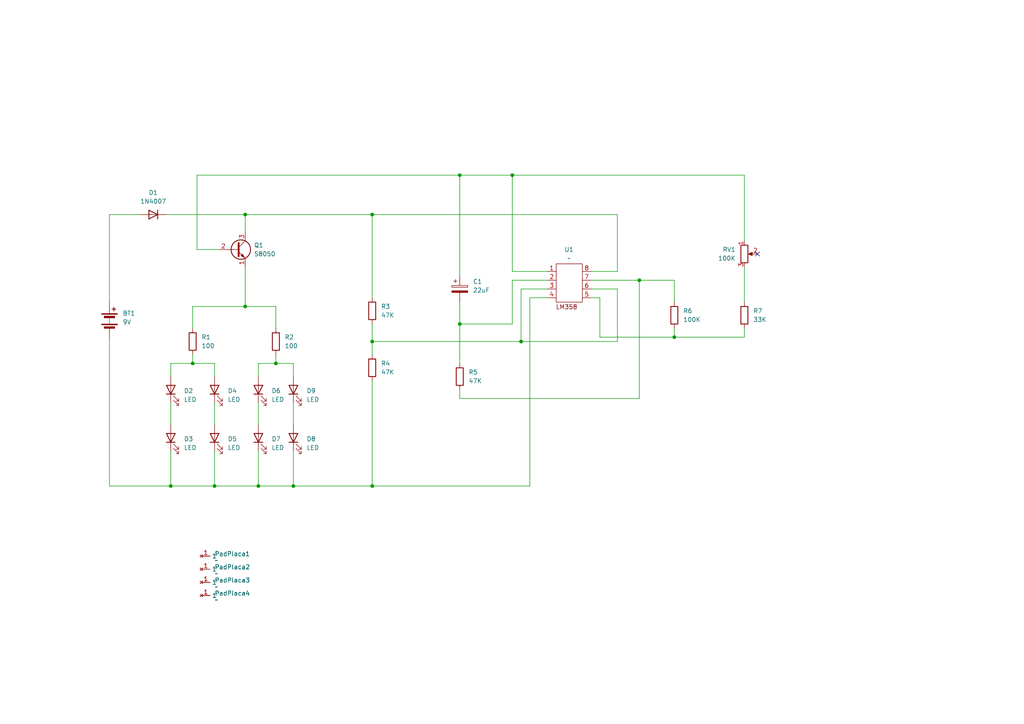
<source format=kicad_sch>
(kicad_sch
	(version 20250114)
	(generator "eeschema")
	(generator_version "9.0")
	(uuid "70b980e7-f830-4a39-90da-4196e923fb97")
	(paper "A4")
	(lib_symbols
		(symbol "Device:Battery"
			(pin_numbers
				(hide yes)
			)
			(pin_names
				(offset 0)
				(hide yes)
			)
			(exclude_from_sim no)
			(in_bom yes)
			(on_board yes)
			(property "Reference" "BT"
				(at 2.54 2.54 0)
				(effects
					(font
						(size 1.27 1.27)
					)
					(justify left)
				)
			)
			(property "Value" "Battery"
				(at 2.54 0 0)
				(effects
					(font
						(size 1.27 1.27)
					)
					(justify left)
				)
			)
			(property "Footprint" ""
				(at 0 1.524 90)
				(effects
					(font
						(size 1.27 1.27)
					)
					(hide yes)
				)
			)
			(property "Datasheet" "~"
				(at 0 1.524 90)
				(effects
					(font
						(size 1.27 1.27)
					)
					(hide yes)
				)
			)
			(property "Description" "Multiple-cell battery"
				(at 0 0 0)
				(effects
					(font
						(size 1.27 1.27)
					)
					(hide yes)
				)
			)
			(property "ki_keywords" "batt voltage-source cell"
				(at 0 0 0)
				(effects
					(font
						(size 1.27 1.27)
					)
					(hide yes)
				)
			)
			(symbol "Battery_0_1"
				(rectangle
					(start -2.286 1.778)
					(end 2.286 1.524)
					(stroke
						(width 0)
						(type default)
					)
					(fill
						(type outline)
					)
				)
				(rectangle
					(start -2.286 -1.27)
					(end 2.286 -1.524)
					(stroke
						(width 0)
						(type default)
					)
					(fill
						(type outline)
					)
				)
				(rectangle
					(start -1.524 1.016)
					(end 1.524 0.508)
					(stroke
						(width 0)
						(type default)
					)
					(fill
						(type outline)
					)
				)
				(rectangle
					(start -1.524 -2.032)
					(end 1.524 -2.54)
					(stroke
						(width 0)
						(type default)
					)
					(fill
						(type outline)
					)
				)
				(polyline
					(pts
						(xy 0 1.778) (xy 0 2.54)
					)
					(stroke
						(width 0)
						(type default)
					)
					(fill
						(type none)
					)
				)
				(polyline
					(pts
						(xy 0 0) (xy 0 0.254)
					)
					(stroke
						(width 0)
						(type default)
					)
					(fill
						(type none)
					)
				)
				(polyline
					(pts
						(xy 0 -0.508) (xy 0 -0.254)
					)
					(stroke
						(width 0)
						(type default)
					)
					(fill
						(type none)
					)
				)
				(polyline
					(pts
						(xy 0 -1.016) (xy 0 -0.762)
					)
					(stroke
						(width 0)
						(type default)
					)
					(fill
						(type none)
					)
				)
				(polyline
					(pts
						(xy 0.762 3.048) (xy 1.778 3.048)
					)
					(stroke
						(width 0.254)
						(type default)
					)
					(fill
						(type none)
					)
				)
				(polyline
					(pts
						(xy 1.27 3.556) (xy 1.27 2.54)
					)
					(stroke
						(width 0.254)
						(type default)
					)
					(fill
						(type none)
					)
				)
			)
			(symbol "Battery_1_1"
				(pin passive line
					(at 0 5.08 270)
					(length 2.54)
					(name "+"
						(effects
							(font
								(size 1.27 1.27)
							)
						)
					)
					(number "1"
						(effects
							(font
								(size 1.27 1.27)
							)
						)
					)
				)
				(pin passive line
					(at 0 -5.08 90)
					(length 2.54)
					(name "-"
						(effects
							(font
								(size 1.27 1.27)
							)
						)
					)
					(number "2"
						(effects
							(font
								(size 1.27 1.27)
							)
						)
					)
				)
			)
			(embedded_fonts no)
		)
		(symbol "Device:C_Polarized"
			(pin_numbers
				(hide yes)
			)
			(pin_names
				(offset 0.254)
			)
			(exclude_from_sim no)
			(in_bom yes)
			(on_board yes)
			(property "Reference" "C"
				(at 0.635 2.54 0)
				(effects
					(font
						(size 1.27 1.27)
					)
					(justify left)
				)
			)
			(property "Value" "C_Polarized"
				(at 0.635 -2.54 0)
				(effects
					(font
						(size 1.27 1.27)
					)
					(justify left)
				)
			)
			(property "Footprint" ""
				(at 0.9652 -3.81 0)
				(effects
					(font
						(size 1.27 1.27)
					)
					(hide yes)
				)
			)
			(property "Datasheet" "~"
				(at 0 0 0)
				(effects
					(font
						(size 1.27 1.27)
					)
					(hide yes)
				)
			)
			(property "Description" "Polarized capacitor"
				(at 0 0 0)
				(effects
					(font
						(size 1.27 1.27)
					)
					(hide yes)
				)
			)
			(property "ki_keywords" "cap capacitor"
				(at 0 0 0)
				(effects
					(font
						(size 1.27 1.27)
					)
					(hide yes)
				)
			)
			(property "ki_fp_filters" "CP_*"
				(at 0 0 0)
				(effects
					(font
						(size 1.27 1.27)
					)
					(hide yes)
				)
			)
			(symbol "C_Polarized_0_1"
				(rectangle
					(start -2.286 0.508)
					(end 2.286 1.016)
					(stroke
						(width 0)
						(type default)
					)
					(fill
						(type none)
					)
				)
				(polyline
					(pts
						(xy -1.778 2.286) (xy -0.762 2.286)
					)
					(stroke
						(width 0)
						(type default)
					)
					(fill
						(type none)
					)
				)
				(polyline
					(pts
						(xy -1.27 2.794) (xy -1.27 1.778)
					)
					(stroke
						(width 0)
						(type default)
					)
					(fill
						(type none)
					)
				)
				(rectangle
					(start 2.286 -0.508)
					(end -2.286 -1.016)
					(stroke
						(width 0)
						(type default)
					)
					(fill
						(type outline)
					)
				)
			)
			(symbol "C_Polarized_1_1"
				(pin passive line
					(at 0 3.81 270)
					(length 2.794)
					(name "~"
						(effects
							(font
								(size 1.27 1.27)
							)
						)
					)
					(number "1"
						(effects
							(font
								(size 1.27 1.27)
							)
						)
					)
				)
				(pin passive line
					(at 0 -3.81 90)
					(length 2.794)
					(name "~"
						(effects
							(font
								(size 1.27 1.27)
							)
						)
					)
					(number "2"
						(effects
							(font
								(size 1.27 1.27)
							)
						)
					)
				)
			)
			(embedded_fonts no)
		)
		(symbol "Device:LED"
			(pin_numbers
				(hide yes)
			)
			(pin_names
				(offset 1.016)
				(hide yes)
			)
			(exclude_from_sim no)
			(in_bom yes)
			(on_board yes)
			(property "Reference" "D"
				(at 0 2.54 0)
				(effects
					(font
						(size 1.27 1.27)
					)
				)
			)
			(property "Value" "LED"
				(at 0 -2.54 0)
				(effects
					(font
						(size 1.27 1.27)
					)
				)
			)
			(property "Footprint" ""
				(at 0 0 0)
				(effects
					(font
						(size 1.27 1.27)
					)
					(hide yes)
				)
			)
			(property "Datasheet" "~"
				(at 0 0 0)
				(effects
					(font
						(size 1.27 1.27)
					)
					(hide yes)
				)
			)
			(property "Description" "Light emitting diode"
				(at 0 0 0)
				(effects
					(font
						(size 1.27 1.27)
					)
					(hide yes)
				)
			)
			(property "Sim.Pins" "1=K 2=A"
				(at 0 0 0)
				(effects
					(font
						(size 1.27 1.27)
					)
					(hide yes)
				)
			)
			(property "ki_keywords" "LED diode"
				(at 0 0 0)
				(effects
					(font
						(size 1.27 1.27)
					)
					(hide yes)
				)
			)
			(property "ki_fp_filters" "LED* LED_SMD:* LED_THT:*"
				(at 0 0 0)
				(effects
					(font
						(size 1.27 1.27)
					)
					(hide yes)
				)
			)
			(symbol "LED_0_1"
				(polyline
					(pts
						(xy -3.048 -0.762) (xy -4.572 -2.286) (xy -3.81 -2.286) (xy -4.572 -2.286) (xy -4.572 -1.524)
					)
					(stroke
						(width 0)
						(type default)
					)
					(fill
						(type none)
					)
				)
				(polyline
					(pts
						(xy -1.778 -0.762) (xy -3.302 -2.286) (xy -2.54 -2.286) (xy -3.302 -2.286) (xy -3.302 -1.524)
					)
					(stroke
						(width 0)
						(type default)
					)
					(fill
						(type none)
					)
				)
				(polyline
					(pts
						(xy -1.27 0) (xy 1.27 0)
					)
					(stroke
						(width 0)
						(type default)
					)
					(fill
						(type none)
					)
				)
				(polyline
					(pts
						(xy -1.27 -1.27) (xy -1.27 1.27)
					)
					(stroke
						(width 0.254)
						(type default)
					)
					(fill
						(type none)
					)
				)
				(polyline
					(pts
						(xy 1.27 -1.27) (xy 1.27 1.27) (xy -1.27 0) (xy 1.27 -1.27)
					)
					(stroke
						(width 0.254)
						(type default)
					)
					(fill
						(type none)
					)
				)
			)
			(symbol "LED_1_1"
				(pin passive line
					(at -3.81 0 0)
					(length 2.54)
					(name "K"
						(effects
							(font
								(size 1.27 1.27)
							)
						)
					)
					(number "1"
						(effects
							(font
								(size 1.27 1.27)
							)
						)
					)
				)
				(pin passive line
					(at 3.81 0 180)
					(length 2.54)
					(name "A"
						(effects
							(font
								(size 1.27 1.27)
							)
						)
					)
					(number "2"
						(effects
							(font
								(size 1.27 1.27)
							)
						)
					)
				)
			)
			(embedded_fonts no)
		)
		(symbol "Device:R"
			(pin_numbers
				(hide yes)
			)
			(pin_names
				(offset 0)
			)
			(exclude_from_sim no)
			(in_bom yes)
			(on_board yes)
			(property "Reference" "R"
				(at 2.032 0 90)
				(effects
					(font
						(size 1.27 1.27)
					)
				)
			)
			(property "Value" "R"
				(at 0 0 90)
				(effects
					(font
						(size 1.27 1.27)
					)
				)
			)
			(property "Footprint" ""
				(at -1.778 0 90)
				(effects
					(font
						(size 1.27 1.27)
					)
					(hide yes)
				)
			)
			(property "Datasheet" "~"
				(at 0 0 0)
				(effects
					(font
						(size 1.27 1.27)
					)
					(hide yes)
				)
			)
			(property "Description" "Resistor"
				(at 0 0 0)
				(effects
					(font
						(size 1.27 1.27)
					)
					(hide yes)
				)
			)
			(property "ki_keywords" "R res resistor"
				(at 0 0 0)
				(effects
					(font
						(size 1.27 1.27)
					)
					(hide yes)
				)
			)
			(property "ki_fp_filters" "R_*"
				(at 0 0 0)
				(effects
					(font
						(size 1.27 1.27)
					)
					(hide yes)
				)
			)
			(symbol "R_0_1"
				(rectangle
					(start -1.016 -2.54)
					(end 1.016 2.54)
					(stroke
						(width 0.254)
						(type default)
					)
					(fill
						(type none)
					)
				)
			)
			(symbol "R_1_1"
				(pin passive line
					(at 0 3.81 270)
					(length 1.27)
					(name "~"
						(effects
							(font
								(size 1.27 1.27)
							)
						)
					)
					(number "1"
						(effects
							(font
								(size 1.27 1.27)
							)
						)
					)
				)
				(pin passive line
					(at 0 -3.81 90)
					(length 1.27)
					(name "~"
						(effects
							(font
								(size 1.27 1.27)
							)
						)
					)
					(number "2"
						(effects
							(font
								(size 1.27 1.27)
							)
						)
					)
				)
			)
			(embedded_fonts no)
		)
		(symbol "Device:R_Potentiometer"
			(pin_names
				(offset 1.016)
				(hide yes)
			)
			(exclude_from_sim no)
			(in_bom yes)
			(on_board yes)
			(property "Reference" "RV"
				(at -4.445 0 90)
				(effects
					(font
						(size 1.27 1.27)
					)
				)
			)
			(property "Value" "R_Potentiometer"
				(at -2.54 0 90)
				(effects
					(font
						(size 1.27 1.27)
					)
				)
			)
			(property "Footprint" ""
				(at 0 0 0)
				(effects
					(font
						(size 1.27 1.27)
					)
					(hide yes)
				)
			)
			(property "Datasheet" "~"
				(at 0 0 0)
				(effects
					(font
						(size 1.27 1.27)
					)
					(hide yes)
				)
			)
			(property "Description" "Potentiometer"
				(at 0 0 0)
				(effects
					(font
						(size 1.27 1.27)
					)
					(hide yes)
				)
			)
			(property "ki_keywords" "resistor variable"
				(at 0 0 0)
				(effects
					(font
						(size 1.27 1.27)
					)
					(hide yes)
				)
			)
			(property "ki_fp_filters" "Potentiometer*"
				(at 0 0 0)
				(effects
					(font
						(size 1.27 1.27)
					)
					(hide yes)
				)
			)
			(symbol "R_Potentiometer_0_1"
				(rectangle
					(start 1.016 2.54)
					(end -1.016 -2.54)
					(stroke
						(width 0.254)
						(type default)
					)
					(fill
						(type none)
					)
				)
				(polyline
					(pts
						(xy 1.143 0) (xy 2.286 0.508) (xy 2.286 -0.508) (xy 1.143 0)
					)
					(stroke
						(width 0)
						(type default)
					)
					(fill
						(type outline)
					)
				)
				(polyline
					(pts
						(xy 2.54 0) (xy 1.524 0)
					)
					(stroke
						(width 0)
						(type default)
					)
					(fill
						(type none)
					)
				)
			)
			(symbol "R_Potentiometer_1_1"
				(pin passive line
					(at 0 3.81 270)
					(length 1.27)
					(name "1"
						(effects
							(font
								(size 1.27 1.27)
							)
						)
					)
					(number "1"
						(effects
							(font
								(size 1.27 1.27)
							)
						)
					)
				)
				(pin passive line
					(at 0 -3.81 90)
					(length 1.27)
					(name "3"
						(effects
							(font
								(size 1.27 1.27)
							)
						)
					)
					(number "3"
						(effects
							(font
								(size 1.27 1.27)
							)
						)
					)
				)
				(pin passive line
					(at 3.81 0 180)
					(length 1.27)
					(name "2"
						(effects
							(font
								(size 1.27 1.27)
							)
						)
					)
					(number "2"
						(effects
							(font
								(size 1.27 1.27)
							)
						)
					)
				)
			)
			(embedded_fonts no)
		)
		(symbol "Diode:1N4007"
			(pin_numbers
				(hide yes)
			)
			(pin_names
				(hide yes)
			)
			(exclude_from_sim no)
			(in_bom yes)
			(on_board yes)
			(property "Reference" "D"
				(at 0 2.54 0)
				(effects
					(font
						(size 1.27 1.27)
					)
				)
			)
			(property "Value" "1N4007"
				(at 0 -2.54 0)
				(effects
					(font
						(size 1.27 1.27)
					)
				)
			)
			(property "Footprint" "Diode_THT:D_DO-41_SOD81_P10.16mm_Horizontal"
				(at 0 -4.445 0)
				(effects
					(font
						(size 1.27 1.27)
					)
					(hide yes)
				)
			)
			(property "Datasheet" "http://www.vishay.com/docs/88503/1n4001.pdf"
				(at 0 0 0)
				(effects
					(font
						(size 1.27 1.27)
					)
					(hide yes)
				)
			)
			(property "Description" "1000V 1A General Purpose Rectifier Diode, DO-41"
				(at 0 0 0)
				(effects
					(font
						(size 1.27 1.27)
					)
					(hide yes)
				)
			)
			(property "Sim.Device" "D"
				(at 0 0 0)
				(effects
					(font
						(size 1.27 1.27)
					)
					(hide yes)
				)
			)
			(property "Sim.Pins" "1=K 2=A"
				(at 0 0 0)
				(effects
					(font
						(size 1.27 1.27)
					)
					(hide yes)
				)
			)
			(property "ki_keywords" "diode"
				(at 0 0 0)
				(effects
					(font
						(size 1.27 1.27)
					)
					(hide yes)
				)
			)
			(property "ki_fp_filters" "D*DO?41*"
				(at 0 0 0)
				(effects
					(font
						(size 1.27 1.27)
					)
					(hide yes)
				)
			)
			(symbol "1N4007_0_1"
				(polyline
					(pts
						(xy -1.27 1.27) (xy -1.27 -1.27)
					)
					(stroke
						(width 0.254)
						(type default)
					)
					(fill
						(type none)
					)
				)
				(polyline
					(pts
						(xy 1.27 1.27) (xy 1.27 -1.27) (xy -1.27 0) (xy 1.27 1.27)
					)
					(stroke
						(width 0.254)
						(type default)
					)
					(fill
						(type none)
					)
				)
				(polyline
					(pts
						(xy 1.27 0) (xy -1.27 0)
					)
					(stroke
						(width 0)
						(type default)
					)
					(fill
						(type none)
					)
				)
			)
			(symbol "1N4007_1_1"
				(pin passive line
					(at -3.81 0 0)
					(length 2.54)
					(name "K"
						(effects
							(font
								(size 1.27 1.27)
							)
						)
					)
					(number "1"
						(effects
							(font
								(size 1.27 1.27)
							)
						)
					)
				)
				(pin passive line
					(at 3.81 0 180)
					(length 2.54)
					(name "A"
						(effects
							(font
								(size 1.27 1.27)
							)
						)
					)
					(number "2"
						(effects
							(font
								(size 1.27 1.27)
							)
						)
					)
				)
			)
			(embedded_fonts no)
		)
		(symbol "Transistor_BJT:S8050"
			(pin_names
				(offset 0)
				(hide yes)
			)
			(exclude_from_sim no)
			(in_bom yes)
			(on_board yes)
			(property "Reference" "Q"
				(at 5.08 1.905 0)
				(effects
					(font
						(size 1.27 1.27)
					)
					(justify left)
				)
			)
			(property "Value" "S8050"
				(at 5.08 0 0)
				(effects
					(font
						(size 1.27 1.27)
					)
					(justify left)
				)
			)
			(property "Footprint" "Package_TO_SOT_THT:TO-92_Inline"
				(at 5.08 -1.905 0)
				(effects
					(font
						(size 1.27 1.27)
						(italic yes)
					)
					(justify left)
					(hide yes)
				)
			)
			(property "Datasheet" "http://www.unisonic.com.tw/datasheet/S8050.pdf"
				(at 0 0 0)
				(effects
					(font
						(size 1.27 1.27)
					)
					(justify left)
					(hide yes)
				)
			)
			(property "Description" "0.7A Ic, 20V Vce, Low Voltage High Current NPN Transistor, TO-92"
				(at 0 0 0)
				(effects
					(font
						(size 1.27 1.27)
					)
					(hide yes)
				)
			)
			(property "ki_keywords" "S8050 NPN Low Voltage High Current Transistor"
				(at 0 0 0)
				(effects
					(font
						(size 1.27 1.27)
					)
					(hide yes)
				)
			)
			(property "ki_fp_filters" "TO?92*"
				(at 0 0 0)
				(effects
					(font
						(size 1.27 1.27)
					)
					(hide yes)
				)
			)
			(symbol "S8050_0_1"
				(polyline
					(pts
						(xy -2.54 0) (xy 0.635 0)
					)
					(stroke
						(width 0)
						(type default)
					)
					(fill
						(type none)
					)
				)
				(polyline
					(pts
						(xy 0.635 1.905) (xy 0.635 -1.905)
					)
					(stroke
						(width 0.508)
						(type default)
					)
					(fill
						(type none)
					)
				)
				(circle
					(center 1.27 0)
					(radius 2.8194)
					(stroke
						(width 0.254)
						(type default)
					)
					(fill
						(type none)
					)
				)
			)
			(symbol "S8050_1_1"
				(polyline
					(pts
						(xy 0.635 0.635) (xy 2.54 2.54)
					)
					(stroke
						(width 0)
						(type default)
					)
					(fill
						(type none)
					)
				)
				(polyline
					(pts
						(xy 0.635 -0.635) (xy 2.54 -2.54)
					)
					(stroke
						(width 0)
						(type default)
					)
					(fill
						(type none)
					)
				)
				(polyline
					(pts
						(xy 1.27 -1.778) (xy 1.778 -1.27) (xy 2.286 -2.286) (xy 1.27 -1.778)
					)
					(stroke
						(width 0)
						(type default)
					)
					(fill
						(type outline)
					)
				)
				(pin input line
					(at -5.08 0 0)
					(length 2.54)
					(name "B"
						(effects
							(font
								(size 1.27 1.27)
							)
						)
					)
					(number "2"
						(effects
							(font
								(size 1.27 1.27)
							)
						)
					)
				)
				(pin passive line
					(at 2.54 5.08 270)
					(length 2.54)
					(name "C"
						(effects
							(font
								(size 1.27 1.27)
							)
						)
					)
					(number "3"
						(effects
							(font
								(size 1.27 1.27)
							)
						)
					)
				)
				(pin passive line
					(at 2.54 -5.08 90)
					(length 2.54)
					(name "E"
						(effects
							(font
								(size 1.27 1.27)
							)
						)
					)
					(number "1"
						(effects
							(font
								(size 1.27 1.27)
							)
						)
					)
				)
			)
			(embedded_fonts no)
		)
		(symbol "missimbolos:Pad"
			(exclude_from_sim no)
			(in_bom yes)
			(on_board yes)
			(property "Reference" "PadPlaca"
				(at 0 0 0)
				(effects
					(font
						(size 1.27 1.27)
					)
				)
			)
			(property "Value" ""
				(at 0 0 0)
				(effects
					(font
						(size 1.27 1.27)
					)
				)
			)
			(property "Footprint" ""
				(at 0 0 0)
				(effects
					(font
						(size 1.27 1.27)
					)
					(hide yes)
				)
			)
			(property "Datasheet" ""
				(at 0 0 0)
				(effects
					(font
						(size 1.27 1.27)
					)
					(hide yes)
				)
			)
			(property "Description" ""
				(at 0 0 0)
				(effects
					(font
						(size 1.27 1.27)
					)
					(hide yes)
				)
			)
			(symbol "Pad_1_1"
				(pin no_connect line
					(at 0 -1.27 0)
					(length 2.54)
					(name "1"
						(effects
							(font
								(size 1.27 1.27)
							)
						)
					)
					(number "1"
						(effects
							(font
								(size 1.27 1.27)
							)
						)
					)
				)
			)
			(embedded_fonts no)
		)
		(symbol "missimbolos:lm358"
			(exclude_from_sim no)
			(in_bom yes)
			(on_board yes)
			(property "Reference" "U"
				(at 3.088 1.4145 0)
				(effects
					(font
						(size 1.27 1.27)
					)
				)
			)
			(property "Value" ""
				(at 0 0 0)
				(effects
					(font
						(size 1.27 1.27)
					)
				)
			)
			(property "Footprint" ""
				(at 0 0 0)
				(effects
					(font
						(size 1.27 1.27)
					)
					(hide yes)
				)
			)
			(property "Datasheet" ""
				(at 0 0 0)
				(effects
					(font
						(size 1.27 1.27)
					)
					(hide yes)
				)
			)
			(property "Description" ""
				(at 0 0 0)
				(effects
					(font
						(size 1.27 1.27)
					)
					(hide yes)
				)
			)
			(symbol "lm358_0_1"
				(rectangle
					(start 2.5734 -0.3222)
					(end 10.16 -11.43)
					(stroke
						(width 0)
						(type default)
					)
					(fill
						(type none)
					)
				)
			)
			(symbol "lm358_1_1"
				(text "LM358"
					(at 5.5967 -12.8334 0)
					(effects
						(font
							(size 1.27 1.27)
						)
					)
				)
				(pin bidirectional line
					(at 0 -2.54 0)
					(length 2.54)
					(name ""
						(effects
							(font
								(size 1.27 1.27)
							)
						)
					)
					(number "1"
						(effects
							(font
								(size 1.27 1.27)
							)
						)
					)
				)
				(pin bidirectional line
					(at 0 -5.08 0)
					(length 2.54)
					(name ""
						(effects
							(font
								(size 1.27 1.27)
							)
						)
					)
					(number "2"
						(effects
							(font
								(size 1.27 1.27)
							)
						)
					)
				)
				(pin bidirectional line
					(at 0 -7.62 0)
					(length 2.54)
					(name ""
						(effects
							(font
								(size 1.27 1.27)
							)
						)
					)
					(number "3"
						(effects
							(font
								(size 1.27 1.27)
							)
						)
					)
				)
				(pin bidirectional line
					(at 0 -10.16 0)
					(length 2.54)
					(name ""
						(effects
							(font
								(size 1.27 1.27)
							)
						)
					)
					(number "4"
						(effects
							(font
								(size 1.27 1.27)
							)
						)
					)
				)
				(pin bidirectional line
					(at 12.7 -2.54 180)
					(length 2.54)
					(name ""
						(effects
							(font
								(size 1.27 1.27)
							)
						)
					)
					(number "8"
						(effects
							(font
								(size 1.27 1.27)
							)
						)
					)
				)
				(pin bidirectional line
					(at 12.7 -5.08 180)
					(length 2.54)
					(name ""
						(effects
							(font
								(size 1.27 1.27)
							)
						)
					)
					(number "7"
						(effects
							(font
								(size 1.27 1.27)
							)
						)
					)
				)
				(pin bidirectional line
					(at 12.7 -7.62 180)
					(length 2.54)
					(name ""
						(effects
							(font
								(size 1.27 1.27)
							)
						)
					)
					(number "6"
						(effects
							(font
								(size 1.27 1.27)
							)
						)
					)
				)
				(pin bidirectional line
					(at 12.7 -10.16 180)
					(length 2.54)
					(name ""
						(effects
							(font
								(size 1.27 1.27)
							)
						)
					)
					(number "5"
						(effects
							(font
								(size 1.27 1.27)
							)
						)
					)
				)
			)
			(embedded_fonts no)
		)
	)
	(junction
		(at 74.93 140.97)
		(diameter 0)
		(color 0 0 0 0)
		(uuid "1b62c9e5-5521-47e3-8956-d76fe131347e")
	)
	(junction
		(at 49.53 140.97)
		(diameter 0)
		(color 0 0 0 0)
		(uuid "1d13339d-1301-453a-bf49-8947fcfa6beb")
	)
	(junction
		(at 151.13 99.06)
		(diameter 0)
		(color 0 0 0 0)
		(uuid "3e82fac4-ff06-49df-b5f8-7d170eb444df")
	)
	(junction
		(at 107.95 99.06)
		(diameter 0)
		(color 0 0 0 0)
		(uuid "46f0f40f-93e2-4938-a888-9504412f7fda")
	)
	(junction
		(at 195.58 97.79)
		(diameter 0)
		(color 0 0 0 0)
		(uuid "6087a36f-66d6-4e90-b278-3d3602de69ba")
	)
	(junction
		(at 107.95 140.97)
		(diameter 0)
		(color 0 0 0 0)
		(uuid "672bca33-4872-408d-b6e3-0aeb69ef130d")
	)
	(junction
		(at 185.42 81.28)
		(diameter 0)
		(color 0 0 0 0)
		(uuid "885ee073-4787-45f8-a72d-f442aa35226c")
	)
	(junction
		(at 148.59 50.8)
		(diameter 0)
		(color 0 0 0 0)
		(uuid "9a7472f4-9d08-4e83-8526-89579b2bc27a")
	)
	(junction
		(at 80.01 105.41)
		(diameter 0)
		(color 0 0 0 0)
		(uuid "a5aac610-682c-4cdc-b163-2902921a91a8")
	)
	(junction
		(at 62.23 140.97)
		(diameter 0)
		(color 0 0 0 0)
		(uuid "b1e7224b-4355-4c36-9d0c-41e1352820e6")
	)
	(junction
		(at 85.09 140.97)
		(diameter 0)
		(color 0 0 0 0)
		(uuid "b5ee50ad-36a3-4466-a886-e2116618f543")
	)
	(junction
		(at 71.12 88.9)
		(diameter 0)
		(color 0 0 0 0)
		(uuid "c4a23eaf-ffd1-410b-baa9-20799a8f9803")
	)
	(junction
		(at 133.35 50.8)
		(diameter 0)
		(color 0 0 0 0)
		(uuid "c7bbbe42-79e3-4098-8fea-73ce723be24e")
	)
	(junction
		(at 71.12 62.23)
		(diameter 0)
		(color 0 0 0 0)
		(uuid "d3b3d6bd-a5c4-4b31-a11b-8b0e37846b4a")
	)
	(junction
		(at 55.88 105.41)
		(diameter 0)
		(color 0 0 0 0)
		(uuid "da07c464-20e7-44e9-8050-9a1167a7d8a2")
	)
	(junction
		(at 133.35 93.98)
		(diameter 0)
		(color 0 0 0 0)
		(uuid "f0353a88-c017-4b61-9115-fb0503c9498e")
	)
	(junction
		(at 107.95 62.23)
		(diameter 0)
		(color 0 0 0 0)
		(uuid "f4695ff6-25dd-4739-83d8-48c76f665632")
	)
	(no_connect
		(at 219.71 73.66)
		(uuid "28352de4-7cad-4b20-be3a-5a5b669a868f")
	)
	(wire
		(pts
			(xy 62.23 116.84) (xy 62.23 123.19)
		)
		(stroke
			(width 0)
			(type default)
		)
		(uuid "00eff8f1-dd4f-4039-a24d-edfe87120920")
	)
	(wire
		(pts
			(xy 195.58 97.79) (xy 215.9 97.79)
		)
		(stroke
			(width 0)
			(type default)
		)
		(uuid "05c23bdb-76e5-45c5-8b2b-907b159b2b90")
	)
	(wire
		(pts
			(xy 158.75 86.36) (xy 153.67 86.36)
		)
		(stroke
			(width 0)
			(type default)
		)
		(uuid "087e32df-b614-464e-9aac-99dba4a76e6c")
	)
	(wire
		(pts
			(xy 179.07 78.74) (xy 171.45 78.74)
		)
		(stroke
			(width 0)
			(type default)
		)
		(uuid "09a1005d-f005-44dd-88b7-eecdd8fe1798")
	)
	(wire
		(pts
			(xy 148.59 50.8) (xy 215.9 50.8)
		)
		(stroke
			(width 0)
			(type default)
		)
		(uuid "09e56628-cba6-4ac4-85db-7f19363779c6")
	)
	(wire
		(pts
			(xy 62.23 140.97) (xy 74.93 140.97)
		)
		(stroke
			(width 0)
			(type default)
		)
		(uuid "0a02618d-2183-46aa-8d11-3db7db069589")
	)
	(wire
		(pts
			(xy 80.01 88.9) (xy 80.01 95.25)
		)
		(stroke
			(width 0)
			(type default)
		)
		(uuid "0daa2d66-7404-4697-b9dd-74c66b820402")
	)
	(wire
		(pts
			(xy 49.53 105.41) (xy 55.88 105.41)
		)
		(stroke
			(width 0)
			(type default)
		)
		(uuid "0e935b18-aab6-4172-9375-2936c850e6d0")
	)
	(wire
		(pts
			(xy 107.95 110.49) (xy 107.95 140.97)
		)
		(stroke
			(width 0)
			(type default)
		)
		(uuid "101dd7cf-0415-4515-8e3f-31fe09e3c85c")
	)
	(wire
		(pts
			(xy 74.93 105.41) (xy 80.01 105.41)
		)
		(stroke
			(width 0)
			(type default)
		)
		(uuid "11c2903d-b41d-479d-9f2e-37983aa928cf")
	)
	(wire
		(pts
			(xy 62.23 105.41) (xy 62.23 109.22)
		)
		(stroke
			(width 0)
			(type default)
		)
		(uuid "1272bad1-d878-4767-b0bb-9cadc7bc8603")
	)
	(wire
		(pts
			(xy 48.26 62.23) (xy 71.12 62.23)
		)
		(stroke
			(width 0)
			(type default)
		)
		(uuid "1a9a8511-eff6-4f6c-91b0-9a180a9f8132")
	)
	(wire
		(pts
			(xy 107.95 62.23) (xy 179.07 62.23)
		)
		(stroke
			(width 0)
			(type default)
		)
		(uuid "25165290-20ae-4d91-81a1-ef01eb958a35")
	)
	(wire
		(pts
			(xy 173.99 97.79) (xy 173.99 86.36)
		)
		(stroke
			(width 0)
			(type default)
		)
		(uuid "27db98c2-d3b9-4eac-b2d2-2cb47adc5122")
	)
	(wire
		(pts
			(xy 179.07 83.82) (xy 171.45 83.82)
		)
		(stroke
			(width 0)
			(type default)
		)
		(uuid "29638c5e-e964-4151-b1bc-9d59cf3bba45")
	)
	(wire
		(pts
			(xy 71.12 62.23) (xy 71.12 67.31)
		)
		(stroke
			(width 0)
			(type default)
		)
		(uuid "2ca0e41c-ba82-48c9-a036-514974822310")
	)
	(wire
		(pts
			(xy 31.75 62.23) (xy 40.64 62.23)
		)
		(stroke
			(width 0)
			(type default)
		)
		(uuid "317663c1-99c5-4dd4-a09b-c69f80afb768")
	)
	(wire
		(pts
			(xy 195.58 81.28) (xy 195.58 87.63)
		)
		(stroke
			(width 0)
			(type default)
		)
		(uuid "346f2d25-2443-482e-872f-03d91ce17579")
	)
	(wire
		(pts
			(xy 179.07 99.06) (xy 179.07 83.82)
		)
		(stroke
			(width 0)
			(type default)
		)
		(uuid "35417cda-6b91-4e65-8ec6-3d10fd329fae")
	)
	(wire
		(pts
			(xy 151.13 83.82) (xy 151.13 99.06)
		)
		(stroke
			(width 0)
			(type default)
		)
		(uuid "35f121b5-feb4-4478-a50f-f1cdab923e7b")
	)
	(wire
		(pts
			(xy 49.53 116.84) (xy 49.53 123.19)
		)
		(stroke
			(width 0)
			(type default)
		)
		(uuid "454976b7-ff22-4008-a135-bbcb0f203d2e")
	)
	(wire
		(pts
			(xy 31.75 87.63) (xy 31.75 62.23)
		)
		(stroke
			(width 0)
			(type default)
		)
		(uuid "45dafb85-1aaf-4c44-975e-1729fa930cc7")
	)
	(wire
		(pts
			(xy 151.13 99.06) (xy 179.07 99.06)
		)
		(stroke
			(width 0)
			(type default)
		)
		(uuid "4b6e2a26-4652-473a-8c27-1d2925127c0b")
	)
	(wire
		(pts
			(xy 215.9 97.79) (xy 215.9 95.25)
		)
		(stroke
			(width 0)
			(type default)
		)
		(uuid "4da41b51-0b21-4440-a6b9-dcdb550020a5")
	)
	(wire
		(pts
			(xy 133.35 93.98) (xy 133.35 105.41)
		)
		(stroke
			(width 0)
			(type default)
		)
		(uuid "4eeec756-570b-44d3-9f07-7e359be6ca81")
	)
	(wire
		(pts
			(xy 148.59 81.28) (xy 148.59 93.98)
		)
		(stroke
			(width 0)
			(type default)
		)
		(uuid "4fd5dbd5-6ca9-4c63-9688-7edb25918428")
	)
	(wire
		(pts
			(xy 107.95 99.06) (xy 107.95 102.87)
		)
		(stroke
			(width 0)
			(type default)
		)
		(uuid "518dcbae-b497-43d0-91e8-ef437e62b532")
	)
	(wire
		(pts
			(xy 55.88 102.87) (xy 55.88 105.41)
		)
		(stroke
			(width 0)
			(type default)
		)
		(uuid "52090ed0-1b66-4186-92f4-3460e69c2d8e")
	)
	(wire
		(pts
			(xy 71.12 88.9) (xy 80.01 88.9)
		)
		(stroke
			(width 0)
			(type default)
		)
		(uuid "543487b4-ed0e-4d44-a449-aafd8594be11")
	)
	(wire
		(pts
			(xy 62.23 130.81) (xy 62.23 140.97)
		)
		(stroke
			(width 0)
			(type default)
		)
		(uuid "54dc4d0e-6ac3-4a8c-ae74-f105a4c5bd4c")
	)
	(wire
		(pts
			(xy 63.5 72.39) (xy 57.15 72.39)
		)
		(stroke
			(width 0)
			(type default)
		)
		(uuid "554df9e0-39fa-4cf4-9a5b-a4dfcacd9b9c")
	)
	(wire
		(pts
			(xy 185.42 81.28) (xy 171.45 81.28)
		)
		(stroke
			(width 0)
			(type default)
		)
		(uuid "57cecabc-c77a-41ed-8118-b1a5465741a5")
	)
	(wire
		(pts
			(xy 85.09 130.81) (xy 85.09 140.97)
		)
		(stroke
			(width 0)
			(type default)
		)
		(uuid "5f4c6e6b-2e61-4d04-beb4-fcac6363c056")
	)
	(wire
		(pts
			(xy 71.12 77.47) (xy 71.12 88.9)
		)
		(stroke
			(width 0)
			(type default)
		)
		(uuid "66b37745-805b-4776-ade1-955b20df49ab")
	)
	(wire
		(pts
			(xy 158.75 81.28) (xy 148.59 81.28)
		)
		(stroke
			(width 0)
			(type default)
		)
		(uuid "68bf4845-3e20-4109-bfa3-8f595ec51a19")
	)
	(wire
		(pts
			(xy 195.58 97.79) (xy 173.99 97.79)
		)
		(stroke
			(width 0)
			(type default)
		)
		(uuid "6d0efb98-4451-4c5b-95c7-34c148452de8")
	)
	(wire
		(pts
			(xy 49.53 140.97) (xy 62.23 140.97)
		)
		(stroke
			(width 0)
			(type default)
		)
		(uuid "6e45c6fd-3227-4ba6-aee3-02e1da10059b")
	)
	(wire
		(pts
			(xy 173.99 86.36) (xy 171.45 86.36)
		)
		(stroke
			(width 0)
			(type default)
		)
		(uuid "7084b03e-19ee-4133-a707-9d3f8eca0ce9")
	)
	(wire
		(pts
			(xy 107.95 140.97) (xy 85.09 140.97)
		)
		(stroke
			(width 0)
			(type default)
		)
		(uuid "7a134bcd-5dc4-4f73-af1f-a2feb5805671")
	)
	(wire
		(pts
			(xy 185.42 81.28) (xy 195.58 81.28)
		)
		(stroke
			(width 0)
			(type default)
		)
		(uuid "809306af-76f0-4cbc-ba37-25d4297d6531")
	)
	(wire
		(pts
			(xy 55.88 105.41) (xy 62.23 105.41)
		)
		(stroke
			(width 0)
			(type default)
		)
		(uuid "885cfa4a-f9a4-4ba0-a753-7eb65452ecba")
	)
	(wire
		(pts
			(xy 107.95 62.23) (xy 107.95 86.36)
		)
		(stroke
			(width 0)
			(type default)
		)
		(uuid "8e74dd4b-3a07-4d35-8dc0-cb990a1fe9ce")
	)
	(wire
		(pts
			(xy 71.12 62.23) (xy 107.95 62.23)
		)
		(stroke
			(width 0)
			(type default)
		)
		(uuid "93faab87-e0c3-4a08-8522-d80a53abb123")
	)
	(wire
		(pts
			(xy 153.67 140.97) (xy 107.95 140.97)
		)
		(stroke
			(width 0)
			(type default)
		)
		(uuid "96396ed1-a1a2-407b-96e8-940adeb3c5e3")
	)
	(wire
		(pts
			(xy 74.93 140.97) (xy 85.09 140.97)
		)
		(stroke
			(width 0)
			(type default)
		)
		(uuid "a0359d65-880a-484b-bd7e-97ab3756a134")
	)
	(wire
		(pts
			(xy 148.59 78.74) (xy 148.59 50.8)
		)
		(stroke
			(width 0)
			(type default)
		)
		(uuid "a0519e5d-5c35-4014-b4d1-a68bad8fbead")
	)
	(wire
		(pts
			(xy 31.75 140.97) (xy 49.53 140.97)
		)
		(stroke
			(width 0)
			(type default)
		)
		(uuid "a24adfab-5e39-4086-a5f8-8195d3be0983")
	)
	(wire
		(pts
			(xy 107.95 93.98) (xy 107.95 99.06)
		)
		(stroke
			(width 0)
			(type default)
		)
		(uuid "a3349b9f-05eb-4483-9d4d-bae4148cd182")
	)
	(wire
		(pts
			(xy 133.35 50.8) (xy 148.59 50.8)
		)
		(stroke
			(width 0)
			(type default)
		)
		(uuid "a3e89beb-7cee-4fba-8eac-751266afa68c")
	)
	(wire
		(pts
			(xy 215.9 77.47) (xy 215.9 87.63)
		)
		(stroke
			(width 0)
			(type default)
		)
		(uuid "a469175b-31fc-4856-812b-8fbd3dd9a627")
	)
	(wire
		(pts
			(xy 74.93 109.22) (xy 74.93 105.41)
		)
		(stroke
			(width 0)
			(type default)
		)
		(uuid "a4c9c2f1-bbb9-41a5-92db-8cedf6f69144")
	)
	(wire
		(pts
			(xy 133.35 80.01) (xy 133.35 50.8)
		)
		(stroke
			(width 0)
			(type default)
		)
		(uuid "a616785b-ca02-4b95-871f-8bf40c5fb674")
	)
	(wire
		(pts
			(xy 153.67 86.36) (xy 153.67 140.97)
		)
		(stroke
			(width 0)
			(type default)
		)
		(uuid "aa95ae20-568a-4bed-93bb-728b3bbec4fc")
	)
	(wire
		(pts
			(xy 57.15 50.8) (xy 133.35 50.8)
		)
		(stroke
			(width 0)
			(type default)
		)
		(uuid "b0ba4d67-53b5-4c51-9a04-d425131d77aa")
	)
	(wire
		(pts
			(xy 158.75 78.74) (xy 148.59 78.74)
		)
		(stroke
			(width 0)
			(type default)
		)
		(uuid "b5d098a3-69c8-44c8-b707-e29ec5d1cba6")
	)
	(wire
		(pts
			(xy 57.15 72.39) (xy 57.15 50.8)
		)
		(stroke
			(width 0)
			(type default)
		)
		(uuid "bfae5d6f-bf00-4768-935c-c51ec23377e2")
	)
	(wire
		(pts
			(xy 215.9 50.8) (xy 215.9 69.85)
		)
		(stroke
			(width 0)
			(type default)
		)
		(uuid "c187d6f8-1b5b-47e7-80eb-793355ac5f98")
	)
	(wire
		(pts
			(xy 49.53 109.22) (xy 49.53 105.41)
		)
		(stroke
			(width 0)
			(type default)
		)
		(uuid "c2f68eea-7a26-4d11-8d41-0ad27cfeb7d8")
	)
	(wire
		(pts
			(xy 185.42 115.57) (xy 185.42 81.28)
		)
		(stroke
			(width 0)
			(type default)
		)
		(uuid "c6b44e94-f93f-4677-8dd7-278ef8563a9a")
	)
	(wire
		(pts
			(xy 80.01 105.41) (xy 85.09 105.41)
		)
		(stroke
			(width 0)
			(type default)
		)
		(uuid "d060e6a2-10ce-40b4-a878-e096cc833204")
	)
	(wire
		(pts
			(xy 31.75 97.79) (xy 31.75 140.97)
		)
		(stroke
			(width 0)
			(type default)
		)
		(uuid "d5eb5e3d-18b6-4a7e-97de-4fa753496095")
	)
	(wire
		(pts
			(xy 74.93 130.81) (xy 74.93 140.97)
		)
		(stroke
			(width 0)
			(type default)
		)
		(uuid "d643d7f3-7bc4-45a5-9210-5703c5b4e8c7")
	)
	(wire
		(pts
			(xy 80.01 102.87) (xy 80.01 105.41)
		)
		(stroke
			(width 0)
			(type default)
		)
		(uuid "d8338f84-68e0-4207-a295-bbe8e3e69ffb")
	)
	(wire
		(pts
			(xy 195.58 95.25) (xy 195.58 97.79)
		)
		(stroke
			(width 0)
			(type default)
		)
		(uuid "da2e4729-3e23-4210-a13c-20b065f5175b")
	)
	(wire
		(pts
			(xy 49.53 130.81) (xy 49.53 140.97)
		)
		(stroke
			(width 0)
			(type default)
		)
		(uuid "dad1dca4-db7d-4a6d-8325-139e4ba1a49b")
	)
	(wire
		(pts
			(xy 133.35 115.57) (xy 185.42 115.57)
		)
		(stroke
			(width 0)
			(type default)
		)
		(uuid "db1dd06d-885f-4b27-a745-e384ec7b76ec")
	)
	(wire
		(pts
			(xy 85.09 116.84) (xy 85.09 123.19)
		)
		(stroke
			(width 0)
			(type default)
		)
		(uuid "dd3020fa-4216-4845-a2c4-84ddcbc7d0ca")
	)
	(wire
		(pts
			(xy 85.09 105.41) (xy 85.09 109.22)
		)
		(stroke
			(width 0)
			(type default)
		)
		(uuid "e0171500-c863-41d1-8bdc-40dc6316882e")
	)
	(wire
		(pts
			(xy 133.35 87.63) (xy 133.35 93.98)
		)
		(stroke
			(width 0)
			(type default)
		)
		(uuid "e3704986-ed19-475f-8bc7-f6e09f6cec7e")
	)
	(wire
		(pts
			(xy 148.59 93.98) (xy 133.35 93.98)
		)
		(stroke
			(width 0)
			(type default)
		)
		(uuid "e875c06d-cd46-4da1-abfb-99730b19b44c")
	)
	(wire
		(pts
			(xy 133.35 113.03) (xy 133.35 115.57)
		)
		(stroke
			(width 0)
			(type default)
		)
		(uuid "e9595261-a07c-4095-a9ee-f32e645cbd3b")
	)
	(wire
		(pts
			(xy 55.88 95.25) (xy 55.88 88.9)
		)
		(stroke
			(width 0)
			(type default)
		)
		(uuid "ef28344c-7397-496a-92e4-46102054fb98")
	)
	(wire
		(pts
			(xy 55.88 88.9) (xy 71.12 88.9)
		)
		(stroke
			(width 0)
			(type default)
		)
		(uuid "f16018a9-195e-421b-ac5b-e10ededefab0")
	)
	(wire
		(pts
			(xy 179.07 62.23) (xy 179.07 78.74)
		)
		(stroke
			(width 0)
			(type default)
		)
		(uuid "f3b2daae-40dc-4035-8ed1-4b42ba8aa3e6")
	)
	(wire
		(pts
			(xy 158.75 83.82) (xy 151.13 83.82)
		)
		(stroke
			(width 0)
			(type default)
		)
		(uuid "f451c9dc-b804-4831-9960-dd31980841cb")
	)
	(wire
		(pts
			(xy 107.95 99.06) (xy 151.13 99.06)
		)
		(stroke
			(width 0)
			(type default)
		)
		(uuid "f602f67f-02da-41b9-b55d-a43e0014c8fa")
	)
	(wire
		(pts
			(xy 74.93 116.84) (xy 74.93 123.19)
		)
		(stroke
			(width 0)
			(type default)
		)
		(uuid "f7faa592-669a-4809-a2d2-043f02b78722")
	)
	(symbol
		(lib_id "Device:R_Potentiometer")
		(at 215.9 73.66 0)
		(unit 1)
		(exclude_from_sim no)
		(in_bom yes)
		(on_board yes)
		(dnp no)
		(fields_autoplaced yes)
		(uuid "0327dd7f-0149-4eb1-9b85-724a621735ea")
		(property "Reference" "RV1"
			(at 213.36 72.3899 0)
			(effects
				(font
					(size 1.27 1.27)
				)
				(justify right)
			)
		)
		(property "Value" "100K"
			(at 213.36 74.9299 0)
			(effects
				(font
					(size 1.27 1.27)
				)
				(justify right)
			)
		)
		(property "Footprint" "Potentiometer_THT:Potentiometer_ACP_CA9-V10_Vertical"
			(at 215.9 73.66 0)
			(effects
				(font
					(size 1.27 1.27)
				)
				(hide yes)
			)
		)
		(property "Datasheet" "~"
			(at 215.9 73.66 0)
			(effects
				(font
					(size 1.27 1.27)
				)
				(hide yes)
			)
		)
		(property "Description" "Potentiometer"
			(at 215.9 73.66 0)
			(effects
				(font
					(size 1.27 1.27)
				)
				(hide yes)
			)
		)
		(pin "3"
			(uuid "15019517-1072-4d46-b192-6a380bb95d98")
		)
		(pin "1"
			(uuid "83935b46-85f5-409f-a7f2-b98c0cdbfa5f")
		)
		(pin "2"
			(uuid "128a733c-5ebc-4682-991d-57e00e07cbc0")
		)
		(instances
			(project ""
				(path "/70b980e7-f830-4a39-90da-4196e923fb97"
					(reference "RV1")
					(unit 1)
				)
			)
		)
	)
	(symbol
		(lib_id "Device:LED")
		(at 74.93 127 90)
		(unit 1)
		(exclude_from_sim no)
		(in_bom yes)
		(on_board yes)
		(dnp no)
		(fields_autoplaced yes)
		(uuid "0cb58bc8-f7ac-4b8c-a438-5b2c36c885c1")
		(property "Reference" "D7"
			(at 78.74 127.3174 90)
			(effects
				(font
					(size 1.27 1.27)
				)
				(justify right)
			)
		)
		(property "Value" "LED"
			(at 78.74 129.8574 90)
			(effects
				(font
					(size 1.27 1.27)
				)
				(justify right)
			)
		)
		(property "Footprint" "LED_THT:LED_D5.0mm"
			(at 74.93 127 0)
			(effects
				(font
					(size 1.27 1.27)
				)
				(hide yes)
			)
		)
		(property "Datasheet" "~"
			(at 74.93 127 0)
			(effects
				(font
					(size 1.27 1.27)
				)
				(hide yes)
			)
		)
		(property "Description" "Light emitting diode"
			(at 74.93 127 0)
			(effects
				(font
					(size 1.27 1.27)
				)
				(hide yes)
			)
		)
		(property "Sim.Pins" "1=K 2=A"
			(at 74.93 127 0)
			(effects
				(font
					(size 1.27 1.27)
				)
				(hide yes)
			)
		)
		(pin "2"
			(uuid "e7f8f5c9-6502-4b3e-b938-6faa905930d7")
		)
		(pin "1"
			(uuid "ead79ace-8e77-4187-b275-44a83616847d")
		)
		(instances
			(project ""
				(path "/70b980e7-f830-4a39-90da-4196e923fb97"
					(reference "D7")
					(unit 1)
				)
			)
		)
	)
	(symbol
		(lib_id "Device:R")
		(at 107.95 90.17 0)
		(unit 1)
		(exclude_from_sim no)
		(in_bom yes)
		(on_board yes)
		(dnp no)
		(fields_autoplaced yes)
		(uuid "3056ca65-0213-498b-8e1b-b5d77b3ecae1")
		(property "Reference" "R3"
			(at 110.49 88.8999 0)
			(effects
				(font
					(size 1.27 1.27)
				)
				(justify left)
			)
		)
		(property "Value" "47K"
			(at 110.49 91.4399 0)
			(effects
				(font
					(size 1.27 1.27)
				)
				(justify left)
			)
		)
		(property "Footprint" "Resistor_THT:R_Axial_DIN0207_L6.3mm_D2.5mm_P10.16mm_Horizontal"
			(at 106.172 90.17 90)
			(effects
				(font
					(size 1.27 1.27)
				)
				(hide yes)
			)
		)
		(property "Datasheet" "~"
			(at 107.95 90.17 0)
			(effects
				(font
					(size 1.27 1.27)
				)
				(hide yes)
			)
		)
		(property "Description" "Resistor"
			(at 107.95 90.17 0)
			(effects
				(font
					(size 1.27 1.27)
				)
				(hide yes)
			)
		)
		(pin "1"
			(uuid "a5ec2335-f58e-465e-9ce5-42de69111518")
		)
		(pin "2"
			(uuid "43446757-8227-42ce-9433-0ef8c64d4409")
		)
		(instances
			(project ""
				(path "/70b980e7-f830-4a39-90da-4196e923fb97"
					(reference "R3")
					(unit 1)
				)
			)
		)
	)
	(symbol
		(lib_id "missimbolos:lm358")
		(at 158.75 76.2 0)
		(unit 1)
		(exclude_from_sim no)
		(in_bom yes)
		(on_board yes)
		(dnp no)
		(fields_autoplaced yes)
		(uuid "3c0afdef-4685-476e-b8d5-98f96ad1772e")
		(property "Reference" "U1"
			(at 165.0457 72.39 0)
			(effects
				(font
					(size 1.27 1.27)
				)
			)
		)
		(property "Value" "~"
			(at 165.0457 74.93 0)
			(effects
				(font
					(size 1.27 1.27)
				)
			)
		)
		(property "Footprint" "Package_DIP:DIP-8_W7.62mm"
			(at 158.75 76.2 0)
			(effects
				(font
					(size 1.27 1.27)
				)
				(hide yes)
			)
		)
		(property "Datasheet" ""
			(at 158.75 76.2 0)
			(effects
				(font
					(size 1.27 1.27)
				)
				(hide yes)
			)
		)
		(property "Description" ""
			(at 158.75 76.2 0)
			(effects
				(font
					(size 1.27 1.27)
				)
				(hide yes)
			)
		)
		(pin "3"
			(uuid "de8950dc-b3c5-4a85-9726-ded78425a881")
		)
		(pin "8"
			(uuid "8cabe5aa-8847-4705-b03b-315d9b8d5cca")
		)
		(pin "7"
			(uuid "c4d59e25-0aab-4dbf-939b-c1e07fb89363")
		)
		(pin "4"
			(uuid "471e8fc8-7d98-4cd8-b2eb-70e866bf2ea0")
		)
		(pin "2"
			(uuid "e32f15eb-a17f-4382-8d1f-3fdd81555c5d")
		)
		(pin "1"
			(uuid "4064bd85-3ebc-4f1d-85ac-58a8470ad7ae")
		)
		(pin "5"
			(uuid "c288f11b-7308-4def-ac72-e219541cfcc3")
		)
		(pin "6"
			(uuid "fdd3e2e4-7fc5-4717-a47e-ec5ca6c02103")
		)
		(instances
			(project ""
				(path "/70b980e7-f830-4a39-90da-4196e923fb97"
					(reference "U1")
					(unit 1)
				)
			)
		)
	)
	(symbol
		(lib_id "Device:R")
		(at 107.95 106.68 0)
		(unit 1)
		(exclude_from_sim no)
		(in_bom yes)
		(on_board yes)
		(dnp no)
		(fields_autoplaced yes)
		(uuid "411d3e25-6336-46af-8cc0-0ae5b2c54052")
		(property "Reference" "R4"
			(at 110.49 105.4099 0)
			(effects
				(font
					(size 1.27 1.27)
				)
				(justify left)
			)
		)
		(property "Value" "47K"
			(at 110.49 107.9499 0)
			(effects
				(font
					(size 1.27 1.27)
				)
				(justify left)
			)
		)
		(property "Footprint" "Resistor_THT:R_Axial_DIN0207_L6.3mm_D2.5mm_P10.16mm_Horizontal"
			(at 106.172 106.68 90)
			(effects
				(font
					(size 1.27 1.27)
				)
				(hide yes)
			)
		)
		(property "Datasheet" "~"
			(at 107.95 106.68 0)
			(effects
				(font
					(size 1.27 1.27)
				)
				(hide yes)
			)
		)
		(property "Description" "Resistor"
			(at 107.95 106.68 0)
			(effects
				(font
					(size 1.27 1.27)
				)
				(hide yes)
			)
		)
		(pin "1"
			(uuid "6f7370c6-8bfe-46f6-ae46-7ccd35648bde")
		)
		(pin "2"
			(uuid "f6b74dda-0f57-4ea0-b5ba-a6be375bd804")
		)
		(instances
			(project ""
				(path "/70b980e7-f830-4a39-90da-4196e923fb97"
					(reference "R4")
					(unit 1)
				)
			)
		)
	)
	(symbol
		(lib_id "Device:LED")
		(at 62.23 113.03 90)
		(unit 1)
		(exclude_from_sim no)
		(in_bom yes)
		(on_board yes)
		(dnp no)
		(fields_autoplaced yes)
		(uuid "58875f14-5d9d-455e-b594-734a1c2bff29")
		(property "Reference" "D4"
			(at 66.04 113.3474 90)
			(effects
				(font
					(size 1.27 1.27)
				)
				(justify right)
			)
		)
		(property "Value" "LED"
			(at 66.04 115.8874 90)
			(effects
				(font
					(size 1.27 1.27)
				)
				(justify right)
			)
		)
		(property "Footprint" "LED_THT:LED_D5.0mm"
			(at 62.23 113.03 0)
			(effects
				(font
					(size 1.27 1.27)
				)
				(hide yes)
			)
		)
		(property "Datasheet" "~"
			(at 62.23 113.03 0)
			(effects
				(font
					(size 1.27 1.27)
				)
				(hide yes)
			)
		)
		(property "Description" "Light emitting diode"
			(at 62.23 113.03 0)
			(effects
				(font
					(size 1.27 1.27)
				)
				(hide yes)
			)
		)
		(property "Sim.Pins" "1=K 2=A"
			(at 62.23 113.03 0)
			(effects
				(font
					(size 1.27 1.27)
				)
				(hide yes)
			)
		)
		(pin "2"
			(uuid "061a5ca7-2bb7-4503-a669-c1d5f389093a")
		)
		(pin "1"
			(uuid "71cdfd10-e4b9-45c2-9071-94d03730bb03")
		)
		(instances
			(project ""
				(path "/70b980e7-f830-4a39-90da-4196e923fb97"
					(reference "D4")
					(unit 1)
				)
			)
		)
	)
	(symbol
		(lib_id "Device:LED")
		(at 62.23 127 90)
		(unit 1)
		(exclude_from_sim no)
		(in_bom yes)
		(on_board yes)
		(dnp no)
		(fields_autoplaced yes)
		(uuid "6034b415-b09d-49e4-ba78-d08e4f48b78f")
		(property "Reference" "D5"
			(at 66.04 127.3174 90)
			(effects
				(font
					(size 1.27 1.27)
				)
				(justify right)
			)
		)
		(property "Value" "LED"
			(at 66.04 129.8574 90)
			(effects
				(font
					(size 1.27 1.27)
				)
				(justify right)
			)
		)
		(property "Footprint" "LED_THT:LED_D5.0mm"
			(at 62.23 127 0)
			(effects
				(font
					(size 1.27 1.27)
				)
				(hide yes)
			)
		)
		(property "Datasheet" "~"
			(at 62.23 127 0)
			(effects
				(font
					(size 1.27 1.27)
				)
				(hide yes)
			)
		)
		(property "Description" "Light emitting diode"
			(at 62.23 127 0)
			(effects
				(font
					(size 1.27 1.27)
				)
				(hide yes)
			)
		)
		(property "Sim.Pins" "1=K 2=A"
			(at 62.23 127 0)
			(effects
				(font
					(size 1.27 1.27)
				)
				(hide yes)
			)
		)
		(pin "1"
			(uuid "fe1c4f7d-0739-4df1-823a-237ec43f4307")
		)
		(pin "2"
			(uuid "add1f982-26b6-4b6b-8e99-e2c240bdf5f9")
		)
		(instances
			(project ""
				(path "/70b980e7-f830-4a39-90da-4196e923fb97"
					(reference "D5")
					(unit 1)
				)
			)
		)
	)
	(symbol
		(lib_id "missimbolos:Pad")
		(at 58.42 167.64 0)
		(unit 1)
		(exclude_from_sim no)
		(in_bom yes)
		(on_board yes)
		(dnp no)
		(fields_autoplaced yes)
		(uuid "79977e49-4e54-4f02-9660-2341267922d0")
		(property "Reference" "PadPlaca3"
			(at 62.23 168.2749 0)
			(effects
				(font
					(size 1.27 1.27)
				)
				(justify left)
			)
		)
		(property "Value" "~"
			(at 62.23 170.18 0)
			(effects
				(font
					(size 1.27 1.27)
				)
				(justify left)
			)
		)
		(property "Footprint" "missimbolos:pad"
			(at 58.42 167.64 0)
			(effects
				(font
					(size 1.27 1.27)
				)
				(hide yes)
			)
		)
		(property "Datasheet" ""
			(at 58.42 167.64 0)
			(effects
				(font
					(size 1.27 1.27)
				)
				(hide yes)
			)
		)
		(property "Description" ""
			(at 58.42 167.64 0)
			(effects
				(font
					(size 1.27 1.27)
				)
				(hide yes)
			)
		)
		(pin "1"
			(uuid "3b0426e9-424b-4919-b71d-f80aeb89175b")
		)
		(instances
			(project ""
				(path "/70b980e7-f830-4a39-90da-4196e923fb97"
					(reference "PadPlaca3")
					(unit 1)
				)
			)
		)
	)
	(symbol
		(lib_id "Device:R")
		(at 215.9 91.44 0)
		(unit 1)
		(exclude_from_sim no)
		(in_bom yes)
		(on_board yes)
		(dnp no)
		(fields_autoplaced yes)
		(uuid "7ca720da-fd97-4555-a393-39332c641dfe")
		(property "Reference" "R7"
			(at 218.44 90.1699 0)
			(effects
				(font
					(size 1.27 1.27)
				)
				(justify left)
			)
		)
		(property "Value" "33K"
			(at 218.44 92.7099 0)
			(effects
				(font
					(size 1.27 1.27)
				)
				(justify left)
			)
		)
		(property "Footprint" "Resistor_THT:R_Axial_DIN0207_L6.3mm_D2.5mm_P10.16mm_Horizontal"
			(at 214.122 91.44 90)
			(effects
				(font
					(size 1.27 1.27)
				)
				(hide yes)
			)
		)
		(property "Datasheet" "~"
			(at 215.9 91.44 0)
			(effects
				(font
					(size 1.27 1.27)
				)
				(hide yes)
			)
		)
		(property "Description" "Resistor"
			(at 215.9 91.44 0)
			(effects
				(font
					(size 1.27 1.27)
				)
				(hide yes)
			)
		)
		(pin "1"
			(uuid "5e6f4acf-4336-45a4-a0eb-67b6929e11f7")
		)
		(pin "2"
			(uuid "8f56263d-f6ad-4880-a002-f839959f4db8")
		)
		(instances
			(project ""
				(path "/70b980e7-f830-4a39-90da-4196e923fb97"
					(reference "R7")
					(unit 1)
				)
			)
		)
	)
	(symbol
		(lib_id "Device:R")
		(at 55.88 99.06 0)
		(unit 1)
		(exclude_from_sim no)
		(in_bom yes)
		(on_board yes)
		(dnp no)
		(fields_autoplaced yes)
		(uuid "8b8e4ee4-396e-4d2f-924e-19d07a5002ac")
		(property "Reference" "R1"
			(at 58.42 97.7899 0)
			(effects
				(font
					(size 1.27 1.27)
				)
				(justify left)
			)
		)
		(property "Value" "100"
			(at 58.42 100.3299 0)
			(effects
				(font
					(size 1.27 1.27)
				)
				(justify left)
			)
		)
		(property "Footprint" "Resistor_THT:R_Axial_DIN0207_L6.3mm_D2.5mm_P10.16mm_Horizontal"
			(at 54.102 99.06 90)
			(effects
				(font
					(size 1.27 1.27)
				)
				(hide yes)
			)
		)
		(property "Datasheet" "~"
			(at 55.88 99.06 0)
			(effects
				(font
					(size 1.27 1.27)
				)
				(hide yes)
			)
		)
		(property "Description" "Resistor"
			(at 55.88 99.06 0)
			(effects
				(font
					(size 1.27 1.27)
				)
				(hide yes)
			)
		)
		(pin "2"
			(uuid "421c1ddd-e04a-490f-a9b0-76aa5fbca2b7")
		)
		(pin "1"
			(uuid "4a8604e1-21ae-452b-b955-1b989a8f770f")
		)
		(instances
			(project ""
				(path "/70b980e7-f830-4a39-90da-4196e923fb97"
					(reference "R1")
					(unit 1)
				)
			)
		)
	)
	(symbol
		(lib_id "Device:R")
		(at 133.35 109.22 0)
		(unit 1)
		(exclude_from_sim no)
		(in_bom yes)
		(on_board yes)
		(dnp no)
		(fields_autoplaced yes)
		(uuid "addf18f0-7e5b-4805-b0ac-466e30fb7737")
		(property "Reference" "R5"
			(at 135.89 107.9499 0)
			(effects
				(font
					(size 1.27 1.27)
				)
				(justify left)
			)
		)
		(property "Value" "47K"
			(at 135.89 110.4899 0)
			(effects
				(font
					(size 1.27 1.27)
				)
				(justify left)
			)
		)
		(property "Footprint" "Resistor_THT:R_Axial_DIN0207_L6.3mm_D2.5mm_P10.16mm_Horizontal"
			(at 131.572 109.22 90)
			(effects
				(font
					(size 1.27 1.27)
				)
				(hide yes)
			)
		)
		(property "Datasheet" "~"
			(at 133.35 109.22 0)
			(effects
				(font
					(size 1.27 1.27)
				)
				(hide yes)
			)
		)
		(property "Description" "Resistor"
			(at 133.35 109.22 0)
			(effects
				(font
					(size 1.27 1.27)
				)
				(hide yes)
			)
		)
		(pin "1"
			(uuid "0b0877c7-e608-4e29-829c-73c8aac3a7a1")
		)
		(pin "2"
			(uuid "d8ba1903-3864-48a3-93e9-dbf788fc5f4f")
		)
		(instances
			(project ""
				(path "/70b980e7-f830-4a39-90da-4196e923fb97"
					(reference "R5")
					(unit 1)
				)
			)
		)
	)
	(symbol
		(lib_id "missimbolos:Pad")
		(at 58.42 160.02 0)
		(unit 1)
		(exclude_from_sim no)
		(in_bom yes)
		(on_board yes)
		(dnp no)
		(fields_autoplaced yes)
		(uuid "b0a327ab-f58b-4139-a34d-5d8d31afe1be")
		(property "Reference" "PadPlaca1"
			(at 62.23 160.6549 0)
			(effects
				(font
					(size 1.27 1.27)
				)
				(justify left)
			)
		)
		(property "Value" "~"
			(at 62.23 162.56 0)
			(effects
				(font
					(size 1.27 1.27)
				)
				(justify left)
			)
		)
		(property "Footprint" "missimbolos:pad"
			(at 58.42 160.02 0)
			(effects
				(font
					(size 1.27 1.27)
				)
				(hide yes)
			)
		)
		(property "Datasheet" ""
			(at 58.42 160.02 0)
			(effects
				(font
					(size 1.27 1.27)
				)
				(hide yes)
			)
		)
		(property "Description" ""
			(at 58.42 160.02 0)
			(effects
				(font
					(size 1.27 1.27)
				)
				(hide yes)
			)
		)
		(pin "1"
			(uuid "b8668eeb-da01-406e-9a5d-bcd203c50d9e")
		)
		(instances
			(project ""
				(path "/70b980e7-f830-4a39-90da-4196e923fb97"
					(reference "PadPlaca1")
					(unit 1)
				)
			)
		)
	)
	(symbol
		(lib_id "missimbolos:Pad")
		(at 58.42 171.45 0)
		(unit 1)
		(exclude_from_sim no)
		(in_bom yes)
		(on_board yes)
		(dnp no)
		(fields_autoplaced yes)
		(uuid "b10a4571-759c-4c3d-8b56-47323b09fc7d")
		(property "Reference" "PadPlaca4"
			(at 62.23 172.0849 0)
			(effects
				(font
					(size 1.27 1.27)
				)
				(justify left)
			)
		)
		(property "Value" "~"
			(at 62.23 173.99 0)
			(effects
				(font
					(size 1.27 1.27)
				)
				(justify left)
			)
		)
		(property "Footprint" "missimbolos:pad"
			(at 58.42 171.45 0)
			(effects
				(font
					(size 1.27 1.27)
				)
				(hide yes)
			)
		)
		(property "Datasheet" ""
			(at 58.42 171.45 0)
			(effects
				(font
					(size 1.27 1.27)
				)
				(hide yes)
			)
		)
		(property "Description" ""
			(at 58.42 171.45 0)
			(effects
				(font
					(size 1.27 1.27)
				)
				(hide yes)
			)
		)
		(pin "1"
			(uuid "bddcdda5-a850-4799-8de7-b435ed79e629")
		)
		(instances
			(project ""
				(path "/70b980e7-f830-4a39-90da-4196e923fb97"
					(reference "PadPlaca4")
					(unit 1)
				)
			)
		)
	)
	(symbol
		(lib_id "missimbolos:Pad")
		(at 58.42 163.83 0)
		(unit 1)
		(exclude_from_sim no)
		(in_bom yes)
		(on_board yes)
		(dnp no)
		(fields_autoplaced yes)
		(uuid "cb03a7bc-6750-4f85-a6c4-375c88400531")
		(property "Reference" "PadPlaca2"
			(at 62.23 164.4649 0)
			(effects
				(font
					(size 1.27 1.27)
				)
				(justify left)
			)
		)
		(property "Value" "~"
			(at 62.23 166.37 0)
			(effects
				(font
					(size 1.27 1.27)
				)
				(justify left)
			)
		)
		(property "Footprint" "missimbolos:pad"
			(at 58.42 163.83 0)
			(effects
				(font
					(size 1.27 1.27)
				)
				(hide yes)
			)
		)
		(property "Datasheet" ""
			(at 58.42 163.83 0)
			(effects
				(font
					(size 1.27 1.27)
				)
				(hide yes)
			)
		)
		(property "Description" ""
			(at 58.42 163.83 0)
			(effects
				(font
					(size 1.27 1.27)
				)
				(hide yes)
			)
		)
		(pin "1"
			(uuid "351359b7-a1af-4c1e-b42c-a8a274868ada")
		)
		(instances
			(project ""
				(path "/70b980e7-f830-4a39-90da-4196e923fb97"
					(reference "PadPlaca2")
					(unit 1)
				)
			)
		)
	)
	(symbol
		(lib_id "Device:LED")
		(at 85.09 127 90)
		(unit 1)
		(exclude_from_sim no)
		(in_bom yes)
		(on_board yes)
		(dnp no)
		(fields_autoplaced yes)
		(uuid "d04db81c-04af-4611-8dc1-54e2d9250903")
		(property "Reference" "D8"
			(at 88.9 127.3174 90)
			(effects
				(font
					(size 1.27 1.27)
				)
				(justify right)
			)
		)
		(property "Value" "LED"
			(at 88.9 129.8574 90)
			(effects
				(font
					(size 1.27 1.27)
				)
				(justify right)
			)
		)
		(property "Footprint" "LED_THT:LED_D5.0mm"
			(at 85.09 127 0)
			(effects
				(font
					(size 1.27 1.27)
				)
				(hide yes)
			)
		)
		(property "Datasheet" "~"
			(at 85.09 127 0)
			(effects
				(font
					(size 1.27 1.27)
				)
				(hide yes)
			)
		)
		(property "Description" "Light emitting diode"
			(at 85.09 127 0)
			(effects
				(font
					(size 1.27 1.27)
				)
				(hide yes)
			)
		)
		(property "Sim.Pins" "1=K 2=A"
			(at 85.09 127 0)
			(effects
				(font
					(size 1.27 1.27)
				)
				(hide yes)
			)
		)
		(pin "2"
			(uuid "0d631fac-34ea-4ff6-a6b8-5f72b6fd9b8e")
		)
		(pin "1"
			(uuid "e5f3f023-8807-47e7-8b4f-4785c61d476a")
		)
		(instances
			(project ""
				(path "/70b980e7-f830-4a39-90da-4196e923fb97"
					(reference "D8")
					(unit 1)
				)
			)
		)
	)
	(symbol
		(lib_id "Device:R")
		(at 195.58 91.44 0)
		(unit 1)
		(exclude_from_sim no)
		(in_bom yes)
		(on_board yes)
		(dnp no)
		(fields_autoplaced yes)
		(uuid "d14c8af6-7891-4b0f-89c9-6bbe8664eb58")
		(property "Reference" "R6"
			(at 198.12 90.1699 0)
			(effects
				(font
					(size 1.27 1.27)
				)
				(justify left)
			)
		)
		(property "Value" "100K"
			(at 198.12 92.7099 0)
			(effects
				(font
					(size 1.27 1.27)
				)
				(justify left)
			)
		)
		(property "Footprint" "Resistor_THT:R_Axial_DIN0207_L6.3mm_D2.5mm_P10.16mm_Horizontal"
			(at 193.802 91.44 90)
			(effects
				(font
					(size 1.27 1.27)
				)
				(hide yes)
			)
		)
		(property "Datasheet" "~"
			(at 195.58 91.44 0)
			(effects
				(font
					(size 1.27 1.27)
				)
				(hide yes)
			)
		)
		(property "Description" "Resistor"
			(at 195.58 91.44 0)
			(effects
				(font
					(size 1.27 1.27)
				)
				(hide yes)
			)
		)
		(pin "1"
			(uuid "cd403e73-ab4d-40b5-86cf-ea06378a16dd")
		)
		(pin "2"
			(uuid "c55219a6-05ce-46e0-b5f2-5fb01b781353")
		)
		(instances
			(project ""
				(path "/70b980e7-f830-4a39-90da-4196e923fb97"
					(reference "R6")
					(unit 1)
				)
			)
		)
	)
	(symbol
		(lib_id "Device:LED")
		(at 74.93 113.03 90)
		(unit 1)
		(exclude_from_sim no)
		(in_bom yes)
		(on_board yes)
		(dnp no)
		(fields_autoplaced yes)
		(uuid "d39d3358-d579-4eae-89f9-f58b3387fc9d")
		(property "Reference" "D6"
			(at 78.74 113.3474 90)
			(effects
				(font
					(size 1.27 1.27)
				)
				(justify right)
			)
		)
		(property "Value" "LED"
			(at 78.74 115.8874 90)
			(effects
				(font
					(size 1.27 1.27)
				)
				(justify right)
			)
		)
		(property "Footprint" "LED_THT:LED_D5.0mm"
			(at 74.93 113.03 0)
			(effects
				(font
					(size 1.27 1.27)
				)
				(hide yes)
			)
		)
		(property "Datasheet" "~"
			(at 74.93 113.03 0)
			(effects
				(font
					(size 1.27 1.27)
				)
				(hide yes)
			)
		)
		(property "Description" "Light emitting diode"
			(at 74.93 113.03 0)
			(effects
				(font
					(size 1.27 1.27)
				)
				(hide yes)
			)
		)
		(property "Sim.Pins" "1=K 2=A"
			(at 74.93 113.03 0)
			(effects
				(font
					(size 1.27 1.27)
				)
				(hide yes)
			)
		)
		(pin "1"
			(uuid "c3354228-1a62-462a-a438-bca97647b58c")
		)
		(pin "2"
			(uuid "19426e9b-34eb-4a4c-aed7-3a352a96ca5b")
		)
		(instances
			(project ""
				(path "/70b980e7-f830-4a39-90da-4196e923fb97"
					(reference "D6")
					(unit 1)
				)
			)
		)
	)
	(symbol
		(lib_id "Device:LED")
		(at 49.53 127 90)
		(unit 1)
		(exclude_from_sim no)
		(in_bom yes)
		(on_board yes)
		(dnp no)
		(fields_autoplaced yes)
		(uuid "d52a522a-98f6-4194-b667-e577fbfc8f20")
		(property "Reference" "D3"
			(at 53.34 127.3174 90)
			(effects
				(font
					(size 1.27 1.27)
				)
				(justify right)
			)
		)
		(property "Value" "LED"
			(at 53.34 129.8574 90)
			(effects
				(font
					(size 1.27 1.27)
				)
				(justify right)
			)
		)
		(property "Footprint" "LED_THT:LED_D5.0mm"
			(at 49.53 127 0)
			(effects
				(font
					(size 1.27 1.27)
				)
				(hide yes)
			)
		)
		(property "Datasheet" "~"
			(at 49.53 127 0)
			(effects
				(font
					(size 1.27 1.27)
				)
				(hide yes)
			)
		)
		(property "Description" "Light emitting diode"
			(at 49.53 127 0)
			(effects
				(font
					(size 1.27 1.27)
				)
				(hide yes)
			)
		)
		(property "Sim.Pins" "1=K 2=A"
			(at 49.53 127 0)
			(effects
				(font
					(size 1.27 1.27)
				)
				(hide yes)
			)
		)
		(pin "1"
			(uuid "571fbbdf-f472-441c-9e00-5022631ad9eb")
		)
		(pin "2"
			(uuid "212bd9db-9744-4fd4-b718-f3f68a837835")
		)
		(instances
			(project ""
				(path "/70b980e7-f830-4a39-90da-4196e923fb97"
					(reference "D3")
					(unit 1)
				)
			)
		)
	)
	(symbol
		(lib_id "Device:LED")
		(at 85.09 113.03 90)
		(unit 1)
		(exclude_from_sim no)
		(in_bom yes)
		(on_board yes)
		(dnp no)
		(fields_autoplaced yes)
		(uuid "d78bf9b8-af97-4fb9-b22a-28056a8e7d5b")
		(property "Reference" "D9"
			(at 88.9 113.3474 90)
			(effects
				(font
					(size 1.27 1.27)
				)
				(justify right)
			)
		)
		(property "Value" "LED"
			(at 88.9 115.8874 90)
			(effects
				(font
					(size 1.27 1.27)
				)
				(justify right)
			)
		)
		(property "Footprint" "LED_THT:LED_D5.0mm"
			(at 85.09 113.03 0)
			(effects
				(font
					(size 1.27 1.27)
				)
				(hide yes)
			)
		)
		(property "Datasheet" "~"
			(at 85.09 113.03 0)
			(effects
				(font
					(size 1.27 1.27)
				)
				(hide yes)
			)
		)
		(property "Description" "Light emitting diode"
			(at 85.09 113.03 0)
			(effects
				(font
					(size 1.27 1.27)
				)
				(hide yes)
			)
		)
		(property "Sim.Pins" "1=K 2=A"
			(at 85.09 113.03 0)
			(effects
				(font
					(size 1.27 1.27)
				)
				(hide yes)
			)
		)
		(pin "2"
			(uuid "4f998cdb-14e7-49b0-9db3-7d2de69c995c")
		)
		(pin "1"
			(uuid "fa894d35-b9ea-4d3e-8a28-0ee1ab10140a")
		)
		(instances
			(project ""
				(path "/70b980e7-f830-4a39-90da-4196e923fb97"
					(reference "D9")
					(unit 1)
				)
			)
		)
	)
	(symbol
		(lib_id "Device:R")
		(at 80.01 99.06 0)
		(unit 1)
		(exclude_from_sim no)
		(in_bom yes)
		(on_board yes)
		(dnp no)
		(fields_autoplaced yes)
		(uuid "e18db3e8-f984-4c98-95b5-5e74e2df6674")
		(property "Reference" "R2"
			(at 82.55 97.7899 0)
			(effects
				(font
					(size 1.27 1.27)
				)
				(justify left)
			)
		)
		(property "Value" "100"
			(at 82.55 100.3299 0)
			(effects
				(font
					(size 1.27 1.27)
				)
				(justify left)
			)
		)
		(property "Footprint" "Resistor_THT:R_Axial_DIN0207_L6.3mm_D2.5mm_P10.16mm_Horizontal"
			(at 78.232 99.06 90)
			(effects
				(font
					(size 1.27 1.27)
				)
				(hide yes)
			)
		)
		(property "Datasheet" "~"
			(at 80.01 99.06 0)
			(effects
				(font
					(size 1.27 1.27)
				)
				(hide yes)
			)
		)
		(property "Description" "Resistor"
			(at 80.01 99.06 0)
			(effects
				(font
					(size 1.27 1.27)
				)
				(hide yes)
			)
		)
		(pin "2"
			(uuid "92971eee-cbe6-4acb-95d6-aed3e5d9cac5")
		)
		(pin "1"
			(uuid "a93d7b1a-620a-415c-82cf-a23bba1ad659")
		)
		(instances
			(project ""
				(path "/70b980e7-f830-4a39-90da-4196e923fb97"
					(reference "R2")
					(unit 1)
				)
			)
		)
	)
	(symbol
		(lib_id "Device:LED")
		(at 49.53 113.03 90)
		(unit 1)
		(exclude_from_sim no)
		(in_bom yes)
		(on_board yes)
		(dnp no)
		(fields_autoplaced yes)
		(uuid "e655b997-ab53-4606-a953-55c62c61bdc6")
		(property "Reference" "D2"
			(at 53.34 113.3474 90)
			(effects
				(font
					(size 1.27 1.27)
				)
				(justify right)
			)
		)
		(property "Value" "LED"
			(at 53.34 115.8874 90)
			(effects
				(font
					(size 1.27 1.27)
				)
				(justify right)
			)
		)
		(property "Footprint" "LED_THT:LED_D5.0mm"
			(at 49.53 113.03 0)
			(effects
				(font
					(size 1.27 1.27)
				)
				(hide yes)
			)
		)
		(property "Datasheet" "~"
			(at 49.53 113.03 0)
			(effects
				(font
					(size 1.27 1.27)
				)
				(hide yes)
			)
		)
		(property "Description" "Light emitting diode"
			(at 49.53 113.03 0)
			(effects
				(font
					(size 1.27 1.27)
				)
				(hide yes)
			)
		)
		(property "Sim.Pins" "1=K 2=A"
			(at 49.53 113.03 0)
			(effects
				(font
					(size 1.27 1.27)
				)
				(hide yes)
			)
		)
		(pin "1"
			(uuid "29dbbef9-91c0-4e80-a135-6f43eeefc030")
		)
		(pin "2"
			(uuid "a2e320df-725f-45db-aadc-c98ef62c9d36")
		)
		(instances
			(project ""
				(path "/70b980e7-f830-4a39-90da-4196e923fb97"
					(reference "D2")
					(unit 1)
				)
			)
		)
	)
	(symbol
		(lib_id "Device:C_Polarized")
		(at 133.35 83.82 0)
		(unit 1)
		(exclude_from_sim no)
		(in_bom yes)
		(on_board yes)
		(dnp no)
		(fields_autoplaced yes)
		(uuid "ecae63ac-3ed7-423b-8a06-a254f5d2b352")
		(property "Reference" "C1"
			(at 137.16 81.6609 0)
			(effects
				(font
					(size 1.27 1.27)
				)
				(justify left)
			)
		)
		(property "Value" "22uF"
			(at 137.16 84.2009 0)
			(effects
				(font
					(size 1.27 1.27)
				)
				(justify left)
			)
		)
		(property "Footprint" "Capacitor_THT:CP_Radial_D8.0mm_P2.50mm"
			(at 134.3152 87.63 0)
			(effects
				(font
					(size 1.27 1.27)
				)
				(hide yes)
			)
		)
		(property "Datasheet" "~"
			(at 133.35 83.82 0)
			(effects
				(font
					(size 1.27 1.27)
				)
				(hide yes)
			)
		)
		(property "Description" "Polarized capacitor"
			(at 133.35 83.82 0)
			(effects
				(font
					(size 1.27 1.27)
				)
				(hide yes)
			)
		)
		(pin "2"
			(uuid "4cf4a8a9-c9af-45eb-83c6-bd49e329573d")
		)
		(pin "1"
			(uuid "b8c50a1e-dd9c-4fa1-ab92-fc21045597f3")
		)
		(instances
			(project ""
				(path "/70b980e7-f830-4a39-90da-4196e923fb97"
					(reference "C1")
					(unit 1)
				)
			)
		)
	)
	(symbol
		(lib_id "Device:Battery")
		(at 31.75 92.71 0)
		(unit 1)
		(exclude_from_sim no)
		(in_bom yes)
		(on_board yes)
		(dnp no)
		(fields_autoplaced yes)
		(uuid "f1a8d31b-27fe-44d5-8382-1ff9d0845007")
		(property "Reference" "BT1"
			(at 35.56 90.8684 0)
			(effects
				(font
					(size 1.27 1.27)
				)
				(justify left)
			)
		)
		(property "Value" "9V"
			(at 35.56 93.4084 0)
			(effects
				(font
					(size 1.27 1.27)
				)
				(justify left)
			)
		)
		(property "Footprint" "Conectores_screw:PhoenixContact_MKDS_1,5_2-1727010-1x02_P3.50mm"
			(at 31.75 91.186 90)
			(effects
				(font
					(size 1.27 1.27)
				)
				(hide yes)
			)
		)
		(property "Datasheet" "~"
			(at 31.75 91.186 90)
			(effects
				(font
					(size 1.27 1.27)
				)
				(hide yes)
			)
		)
		(property "Description" "Multiple-cell battery"
			(at 31.75 92.71 0)
			(effects
				(font
					(size 1.27 1.27)
				)
				(hide yes)
			)
		)
		(pin "1"
			(uuid "72fe2e21-f632-4565-879c-aed0b9a0b5b9")
		)
		(pin "2"
			(uuid "9b920ca7-3a76-4058-aa78-72ccb84b2e5c")
		)
		(instances
			(project ""
				(path "/70b980e7-f830-4a39-90da-4196e923fb97"
					(reference "BT1")
					(unit 1)
				)
			)
		)
	)
	(symbol
		(lib_id "Diode:1N4007")
		(at 44.45 62.23 180)
		(unit 1)
		(exclude_from_sim no)
		(in_bom yes)
		(on_board yes)
		(dnp no)
		(fields_autoplaced yes)
		(uuid "f1c55364-b3a5-4016-a331-f7d5c9818bf0")
		(property "Reference" "D1"
			(at 44.45 55.88 0)
			(effects
				(font
					(size 1.27 1.27)
				)
			)
		)
		(property "Value" "1N4007"
			(at 44.45 58.42 0)
			(effects
				(font
					(size 1.27 1.27)
				)
			)
		)
		(property "Footprint" "Diode_THT:D_DO-41_SOD81_P10.16mm_Horizontal"
			(at 44.45 57.785 0)
			(effects
				(font
					(size 1.27 1.27)
				)
				(hide yes)
			)
		)
		(property "Datasheet" "http://www.vishay.com/docs/88503/1n4001.pdf"
			(at 44.45 62.23 0)
			(effects
				(font
					(size 1.27 1.27)
				)
				(hide yes)
			)
		)
		(property "Description" "1000V 1A General Purpose Rectifier Diode, DO-41"
			(at 44.45 62.23 0)
			(effects
				(font
					(size 1.27 1.27)
				)
				(hide yes)
			)
		)
		(property "Sim.Device" "D"
			(at 44.45 62.23 0)
			(effects
				(font
					(size 1.27 1.27)
				)
				(hide yes)
			)
		)
		(property "Sim.Pins" "1=K 2=A"
			(at 44.45 62.23 0)
			(effects
				(font
					(size 1.27 1.27)
				)
				(hide yes)
			)
		)
		(pin "1"
			(uuid "ebd8eb82-0aac-42e4-8884-58583ef3ac11")
		)
		(pin "2"
			(uuid "3c1bc501-df68-4fd0-8b16-55e59ebe2923")
		)
		(instances
			(project ""
				(path "/70b980e7-f830-4a39-90da-4196e923fb97"
					(reference "D1")
					(unit 1)
				)
			)
		)
	)
	(symbol
		(lib_id "Transistor_BJT:S8050")
		(at 68.58 72.39 0)
		(unit 1)
		(exclude_from_sim no)
		(in_bom yes)
		(on_board yes)
		(dnp no)
		(fields_autoplaced yes)
		(uuid "f7114b11-0fe1-45f9-b34e-628180aa3177")
		(property "Reference" "Q1"
			(at 73.66 71.1199 0)
			(effects
				(font
					(size 1.27 1.27)
				)
				(justify left)
			)
		)
		(property "Value" "S8050"
			(at 73.66 73.6599 0)
			(effects
				(font
					(size 1.27 1.27)
				)
				(justify left)
			)
		)
		(property "Footprint" "Package_TO_SOT_THT:TO-92_Inline"
			(at 73.66 74.295 0)
			(effects
				(font
					(size 1.27 1.27)
					(italic yes)
				)
				(justify left)
				(hide yes)
			)
		)
		(property "Datasheet" "http://www.unisonic.com.tw/datasheet/S8050.pdf"
			(at 68.58 72.39 0)
			(effects
				(font
					(size 1.27 1.27)
				)
				(justify left)
				(hide yes)
			)
		)
		(property "Description" "0.7A Ic, 20V Vce, Low Voltage High Current NPN Transistor, TO-92"
			(at 68.58 72.39 0)
			(effects
				(font
					(size 1.27 1.27)
				)
				(hide yes)
			)
		)
		(pin "3"
			(uuid "5bdfc99d-f8db-4446-b9a6-9ff1d7ab81a1")
		)
		(pin "2"
			(uuid "7d57b1e7-ca0c-46ab-b804-966ae6f953b9")
		)
		(pin "1"
			(uuid "f504abb1-d75a-4b62-a7e3-3b3a68eb2df0")
		)
		(instances
			(project ""
				(path "/70b980e7-f830-4a39-90da-4196e923fb97"
					(reference "Q1")
					(unit 1)
				)
			)
		)
	)
	(sheet_instances
		(path "/"
			(page "1")
		)
	)
	(embedded_fonts no)
)

</source>
